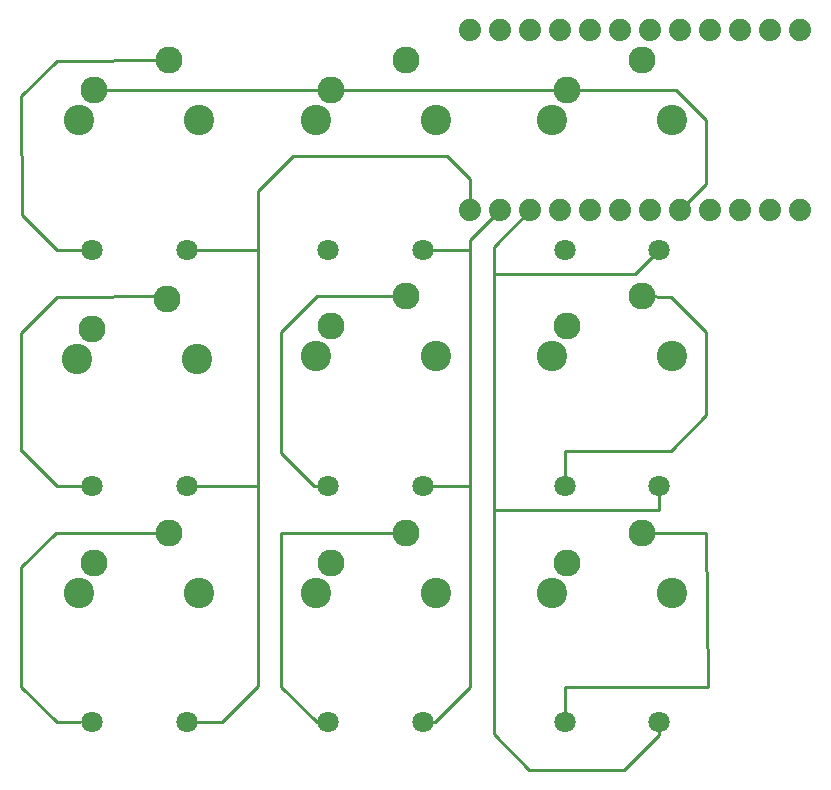
<source format=gbl>
G04 Layer: BottomLayer*
G04 EasyEDA v6.3.53, 2020-06-12T19:14:44+01:00*
G04 b7557649432a4699b844ba23fabf0e7a,831979d3ac2e4a1db92824a7b243be6d,10*
G04 Gerber Generator version 0.2*
G04 Scale: 100 percent, Rotated: No, Reflected: No *
G04 Dimensions in millimeters *
G04 leading zeros omitted , absolute positions ,3 integer and 3 decimal *
%FSLAX33Y33*%
%MOMM*%
G90*
G71D02*

%ADD10C,0.254000*%
%ADD12C,2.286000*%
%ADD13C,2.571496*%
%ADD14C,1.799996*%
%ADD15C,1.879600*%

%LPD*%
G54D10*
G01X44000Y8999D02*
G01X45000Y8999D01*
G01X48000Y11999D01*
G01X48000Y49809D01*
G01X50568Y52379D01*
G01X42539Y25079D02*
G01X31998Y25079D01*
G01X31998Y12001D01*
G01X35001Y8999D01*
G01X35999Y8999D01*
G01X24000Y8999D02*
G01X27000Y8999D01*
G01X27000Y9047D01*
G01X29999Y12049D01*
G01X29999Y54005D01*
G01X32994Y57000D01*
G01X46012Y57000D01*
G01X48000Y55011D01*
G01X48000Y52410D01*
G01X48028Y52379D01*
G01X56189Y62539D02*
G01X65468Y62539D01*
G01X68000Y60007D01*
G01X68000Y54569D01*
G01X65808Y52379D01*
G01X64000Y48999D02*
G01X62001Y47000D01*
G01X49999Y47000D01*
G01X62539Y45079D02*
G01X65001Y45044D01*
G01X68000Y42044D01*
G01X68000Y34991D01*
G01X65001Y31998D01*
G01X55999Y31998D01*
G01X55999Y28999D01*
G01X42539Y45079D02*
G01X35001Y45079D01*
G01X31998Y42077D01*
G01X31998Y31813D01*
G01X34813Y28999D01*
G01X35999Y28999D01*
G01X64000Y8999D02*
G01X64000Y7965D01*
G01X61036Y5001D01*
G01X52999Y5001D01*
G01X49999Y8000D01*
G01X49999Y49270D01*
G01X53108Y52379D01*
G01X22539Y25079D02*
G01X12905Y25079D01*
G01X9999Y22174D01*
G01X9999Y11998D01*
G01X12999Y8999D01*
G01X15001Y8999D01*
G01X22540Y45079D02*
G01X12999Y45018D01*
G01X10000Y41998D01*
G01X10000Y31967D01*
G01X10031Y31967D01*
G01X13000Y28999D01*
G01X15999Y28999D01*
G01X22539Y65079D02*
G01X12999Y65018D01*
G01X9999Y62019D01*
G01X10017Y51981D01*
G01X12999Y48999D01*
G01X15999Y48999D01*
G01X36189Y62539D02*
G01X56189Y62539D01*
G01X16189Y62539D02*
G01X36189Y62539D01*
G01X62539Y25079D02*
G01X67999Y24999D01*
G01X68150Y11968D01*
G01X55999Y11968D01*
G01X55999Y8999D01*
G01X44000Y28999D02*
G01X48000Y28999D01*
G01X44000Y48999D02*
G01X48000Y48999D01*
G01X64000Y28999D02*
G01X64000Y27000D01*
G01X49999Y27000D01*
G01X24000Y48999D02*
G01X29999Y48999D01*
G01X24000Y28999D02*
G01X29999Y28999D01*
G54D12*
G01X16189Y62539D03*
G01X22539Y65079D03*
G54D13*
G01X14919Y59999D03*
G01X25079Y59999D03*
G54D12*
G01X36189Y62539D03*
G01X42539Y65079D03*
G54D13*
G01X34919Y59999D03*
G01X45079Y59999D03*
G54D12*
G01X56189Y62539D03*
G01X62539Y65079D03*
G54D13*
G01X54919Y59999D03*
G01X65079Y59999D03*
G54D12*
G01X36189Y42539D03*
G01X42539Y45079D03*
G54D13*
G01X34919Y39999D03*
G01X45079Y39999D03*
G54D12*
G01X56189Y42539D03*
G01X62539Y45079D03*
G54D13*
G01X54919Y39999D03*
G01X65079Y39999D03*
G54D12*
G01X16189Y22539D03*
G01X22539Y25079D03*
G54D13*
G01X14919Y19999D03*
G01X25079Y19999D03*
G54D12*
G01X36189Y22539D03*
G01X42539Y25079D03*
G54D13*
G01X34919Y19999D03*
G01X45079Y19999D03*
G54D12*
G01X56189Y22539D03*
G01X62539Y25079D03*
G54D13*
G01X54919Y19999D03*
G01X65079Y19999D03*
G54D12*
G01X16000Y42328D03*
G54D13*
G01X14730Y39788D03*
G54D12*
G01X22350Y44868D03*
G54D13*
G01X24890Y39788D03*
G54D14*
G01X36000Y48999D03*
G01X43999Y48999D03*
G01X56000Y48999D03*
G01X63999Y48999D03*
G01X16000Y28999D03*
G01X24000Y28999D03*
G01X36000Y28999D03*
G01X43999Y28999D03*
G01X56000Y28999D03*
G01X63999Y28999D03*
G01X16000Y8999D03*
G01X24000Y8999D03*
G01X36000Y8999D03*
G01X43999Y8999D03*
G01X56000Y8999D03*
G01X63999Y8999D03*
G54D15*
G01X48029Y52379D03*
G01X50569Y52379D03*
G01X53109Y52379D03*
G01X55649Y52379D03*
G01X58189Y52379D03*
G01X60729Y52379D03*
G01X63269Y52379D03*
G01X65809Y52379D03*
G01X68349Y52379D03*
G01X70889Y52379D03*
G01X73429Y52379D03*
G01X75969Y52379D03*
G01X75969Y67619D03*
G01X73429Y67619D03*
G01X70889Y67619D03*
G01X68349Y67619D03*
G01X65809Y67619D03*
G01X63269Y67619D03*
G01X60729Y67619D03*
G01X58189Y67619D03*
G01X55649Y67619D03*
G01X53109Y67619D03*
G01X50569Y67619D03*
G01X48029Y67619D03*
G54D14*
G01X16000Y48999D03*
G01X24000Y48999D03*
M00*
M02*

</source>
